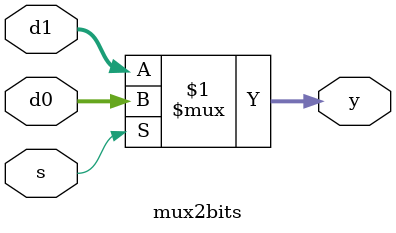
<source format=sv>
module mux2bits #(parameter width=8) (input logic [width-1:0]d0,d1,input logic s,output logic [width-1:0]y);
assign y=s?d0:d1;
endmodule
</source>
